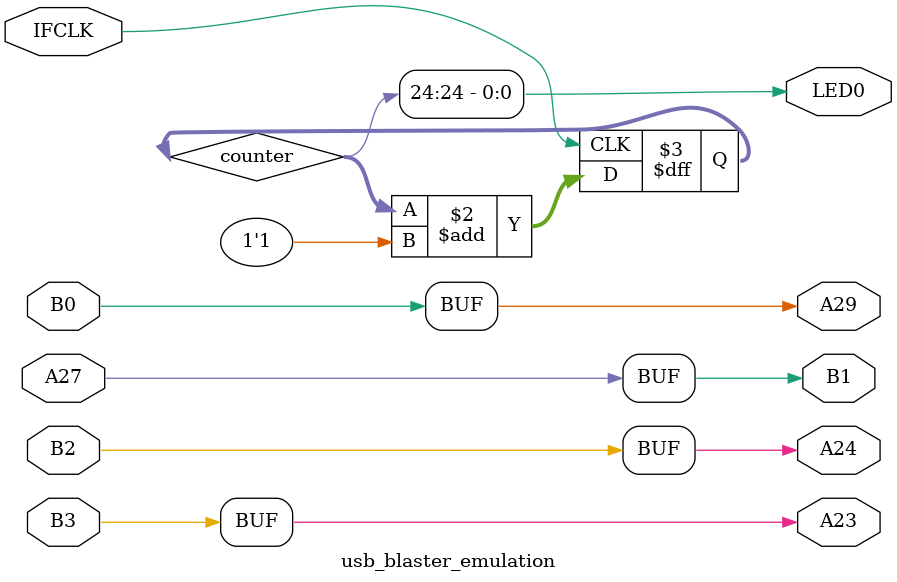
<source format=v>


module usb_blaster_emulation(
        IFCLK,B0, B1, B2, B3,
		A23, A24, A27, A29, LED0
		);
		

input  IFCLK;		
input  B0;
output B1;
input  B2;
input  B3;

output A23;
output A24;
input  A27;
output A29;
output LED0;

assign A23 = B3;
assign A24 = B2;
assign B1  = A27;
assign A29 = B0;

// flash a LED so we can see FPGA is loaded correctly

reg [24:0]counter;
always @(posedge IFCLK)
begin
counter = counter + 1'b1;
end

assign LED0 = counter[24];




endmodule


</source>
